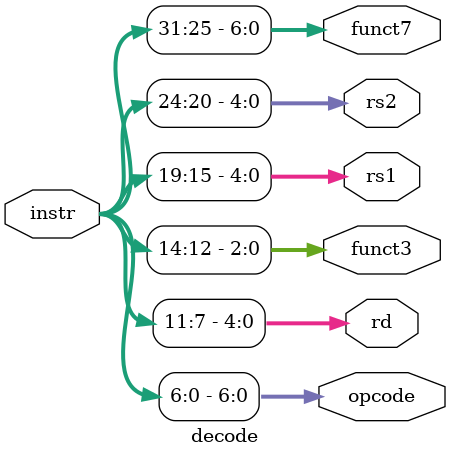
<source format=sv>
module decode (
    input  logic [31:0] instr,     // Full 32-bit instruction
    output logic [6:0]  opcode,    // Instruction opcode
    output logic [4:0]  rd,        // Destination register
    output logic [2:0]  funct3,    // funct3 field
    output logic [4:0]  rs1,       // Source register 1
    output logic [4:0]  rs2,       // Source register 2
    output logic [6:0]  funct7     // funct7 field
);

    assign opcode = instr[6:0];
    assign rd     = instr[11:7];
    assign funct3 = instr[14:12];
    assign rs1    = instr[19:15];
    assign rs2    = instr[24:20];
    assign funct7 = instr[31:25];

endmodule

</source>
